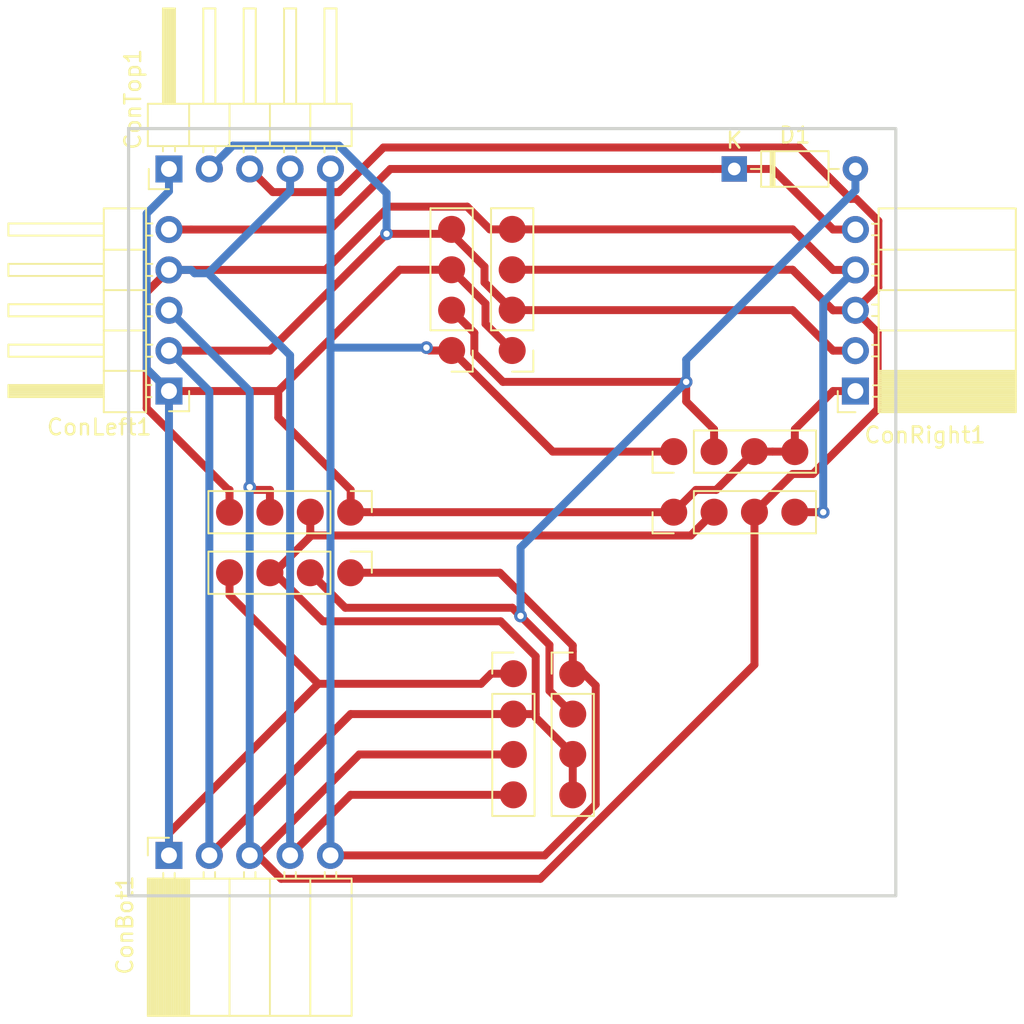
<source format=kicad_pcb>
(kicad_pcb (version 20221018) (generator pcbnew)
  (layers (0 "F.Cu" signal) (31 "B.Cu" signal) (34 "B.Paste" user) (35 "F.Paste" user) (36 "B.SilkS" user "B.Silkscreen") (37 "F.SilkS" user "F.Silkscreen") (38 "B.Mask" user) (39 "F.Mask" user) (44 "Edge.Cuts" user))
  (net 0 "")
  (net 1 "/VCC")
  (net 2 "/GND")
  (net 3 "/SDA")
  (net 4 "/SCL")
  (net 5 "/GCol")
  (net 6 "/GRow")
  (net 7 "Net-(D1-A)")
  (footprint "OwnLibrary:TestPoint_Pad_01x04_2.54" (layer "F.Cu") (at 52.07 41.9 180)
    (fp_text reference "J5" hide)
    (fp_text value "Conn_01x04_Pin")
    (fp_line (start -1.33 -1.33) (end 0 -1.33) (stroke (width 0.12)) (layer "F.SilkS"))
    (fp_line (start -1.33 0) (end -1.33 -1.33) (stroke (width 0.12)) (layer "F.SilkS"))
    (fp_line (start -1.33 1.27) (end -1.33 8.95) (stroke (width 0.12)) (layer "F.SilkS"))
    (fp_line (start -1.33 1.27) (end 1.33 1.27) (stroke (width 0.12)) (layer "F.SilkS"))
    (fp_line (start -1.33 8.95) (end 1.33 8.95) (stroke (width 0.12)) (layer "F.SilkS"))
    (fp_line (start 1.33 1.27) (end 1.33 8.95) (stroke (width 0.12)) (layer "F.SilkS"))
    (pad "1" smd circle (at 0 0 180) (size 1.7 1.7) (layers "F.Cu" "F.Paste" "F.Mask") (net 1 "/VCC"))
    (pad "2" smd oval (at 0 2.54 180) (size 1.7 1.7) (layers "F.Cu" "F.Paste" "F.Mask") (net 2 "/GND"))
    (pad "3" smd oval (at 0 5.08 180) (size 1.7 1.7) (layers "F.Cu" "F.Paste" "F.Mask") (net 4 "/SCL"))
    (pad "4" smd oval (at 0 7.62 180) (size 1.7 1.7) (layers "F.Cu" "F.Paste" "F.Mask") (net 3 "/SDA"))
  )
  (footprint "Connector_PinHeader_2.54mm:PinHeader_1x05_P2.54mm_Horizontal" (layer "F.Cu") (at 30.48 44.45 180)
    (fp_text reference "ConLeft1" (at 4.385 -2.27) (layer "F.SilkS"))
    (fp_text value "Conn_01x05_Pin")
    (fp_line (start -1.27 -1.27) (end 0 -1.27) (stroke (width 0.12)) (layer "F.SilkS"))
    (fp_line (start -1.27 0) (end -1.27 -1.27) (stroke (width 0.12)) (layer "F.SilkS"))
    (fp_line (start 1.042929 2.16) (end 1.44 2.16) (stroke (width 0.12)) (layer "F.SilkS"))
    (fp_line (start 1.042929 2.92) (end 1.44 2.92) (stroke (width 0.12)) (layer "F.SilkS"))
    (fp_line (start 1.042929 4.7) (end 1.44 4.7) (stroke (width 0.12)) (layer "F.SilkS"))
    (fp_line (start 1.042929 5.46) (end 1.44 5.46) (stroke (width 0.12)) (layer "F.SilkS"))
    (fp_line (start 1.042929 7.24) (end 1.44 7.24) (stroke (width 0.12)) (layer "F.SilkS"))
    (fp_line (start 1.042929 8) (end 1.44 8) (stroke (width 0.12)) (layer "F.SilkS"))
    (fp_line (start 1.042929 9.78) (end 1.44 9.78) (stroke (width 0.12)) (layer "F.SilkS"))
    (fp_line (start 1.042929 10.54) (end 1.44 10.54) (stroke (width 0.12)) (layer "F.SilkS"))
    (fp_line (start 1.11 -0.38) (end 1.44 -0.38) (stroke (width 0.12)) (layer "F.SilkS"))
    (fp_line (start 1.11 0.38) (end 1.44 0.38) (stroke (width 0.12)) (layer "F.SilkS"))
    (fp_line (start 1.44 -1.33) (end 1.44 11.49) (stroke (width 0.12)) (layer "F.SilkS"))
    (fp_line (start 1.44 1.27) (end 4.1 1.27) (stroke (width 0.12)) (layer "F.SilkS"))
    (fp_line (start 1.44 3.81) (end 4.1 3.81) (stroke (width 0.12)) (layer "F.SilkS"))
    (fp_line (start 1.44 6.35) (end 4.1 6.35) (stroke (width 0.12)) (layer "F.SilkS"))
    (fp_line (start 1.44 8.89) (end 4.1 8.89) (stroke (width 0.12)) (layer "F.SilkS"))
    (fp_line (start 1.44 11.49) (end 4.1 11.49) (stroke (width 0.12)) (layer "F.SilkS"))
    (fp_line (start 4.1 -1.33) (end 1.44 -1.33) (stroke (width 0.12)) (layer "F.SilkS"))
    (fp_line (start 4.1 -0.38) (end 10.1 -0.38) (stroke (width 0.12)) (layer "F.SilkS"))
    (fp_line (start 4.1 -0.32) (end 10.1 -0.32) (stroke (width 0.12)) (layer "F.SilkS"))
    (fp_line (start 4.1 -0.2) (end 10.1 -0.2) (stroke (width 0.12)) (layer "F.SilkS"))
    (fp_line (start 4.1 -0.08) (end 10.1 -0.08) (stroke (width 0.12)) (layer "F.SilkS"))
    (fp_line (start 4.1 0.04) (end 10.1 0.04) (stroke (width 0.12)) (layer "F.SilkS"))
    (fp_line (start 4.1 0.16) (end 10.1 0.16) (stroke (width 0.12)) (layer "F.SilkS"))
    (fp_line (start 4.1 0.28) (end 10.1 0.28) (stroke (width 0.12)) (layer "F.SilkS"))
    (fp_line (start 4.1 2.16) (end 10.1 2.16) (stroke (width 0.12)) (layer "F.SilkS"))
    (fp_line (start 4.1 4.7) (end 10.1 4.7) (stroke (width 0.12)) (layer "F.SilkS"))
    (fp_line (start 4.1 7.24) (end 10.1 7.24) (stroke (width 0.12)) (layer "F.SilkS"))
    (fp_line (start 4.1 9.78) (end 10.1 9.78) (stroke (width 0.12)) (layer "F.SilkS"))
    (fp_line (start 4.1 11.49) (end 4.1 -1.33) (stroke (width 0.12)) (layer "F.SilkS"))
    (fp_line (start 10.1 -0.38) (end 10.1 0.38) (stroke (width 0.12)) (layer "F.SilkS"))
    (fp_line (start 10.1 0.38) (end 4.1 0.38) (stroke (width 0.12)) (layer "F.SilkS"))
    (fp_line (start 10.1 2.16) (end 10.1 2.92) (stroke (width 0.12)) (layer "F.SilkS"))
    (fp_line (start 10.1 2.92) (end 4.1 2.92) (stroke (width 0.12)) (layer "F.SilkS"))
    (fp_line (start 10.1 4.7) (end 10.1 5.46) (stroke (width 0.12)) (layer "F.SilkS"))
    (fp_line (start 10.1 5.46) (end 4.1 5.46) (stroke (width 0.12)) (layer "F.SilkS"))
    (fp_line (start 10.1 7.24) (end 10.1 8) (stroke (width 0.12)) (layer "F.SilkS"))
    (fp_line (start 10.1 8) (end 4.1 8) (stroke (width 0.12)) (layer "F.SilkS"))
    (fp_line (start 10.1 9.78) (end 10.1 10.54) (stroke (width 0.12)) (layer "F.SilkS"))
    (fp_line (start 10.1 10.54) (end 4.1 10.54) (stroke (width 0.12)) (layer "F.SilkS"))
    (pad "1" thru_hole rect (at 0 0 180) (size 1.7 1.7) (drill 1) (layers "*.Cu" "*.Mask") (net 1 "/VCC"))
    (pad "2" thru_hole oval (at 0 2.54 180) (size 1.7 1.7) (drill 1) (layers "*.Cu" "*.Mask") (net 2 "/GND"))
    (pad "3" thru_hole oval (at 0 5.08 180) (size 1.7 1.7) (drill 1) (layers "*.Cu" "*.Mask") (net 4 "/SCL"))
    (pad "4" thru_hole oval (at 0 7.62 180) (size 1.7 1.7) (drill 1) (layers "*.Cu" "*.Mask") (net 3 "/SDA"))
    (pad "5" thru_hole oval (at 0 10.16 180) (size 1.7 1.7) (drill 1) (layers "*.Cu" "*.Mask") (net 6 "/GRow"))
  )
  (footprint "OwnLibrary:TestPoint_Pad_01x04_2.54" (layer "F.Cu") (at 41.91 55.88 -90)
    (fp_text reference "J3" hide)
    (fp_text value "Conn_01x04_Pin")
    (fp_line (start -1.33 -1.33) (end 0 -1.33) (stroke (width 0.12)) (layer "F.SilkS"))
    (fp_line (start -1.33 0) (end -1.33 -1.33) (stroke (width 0.12)) (layer "F.SilkS"))
    (fp_line (start -1.33 1.27) (end -1.33 8.95) (stroke (width 0.12)) (layer "F.SilkS"))
    (fp_line (start -1.33 1.27) (end 1.33 1.27) (stroke (width 0.12)) (layer "F.SilkS"))
    (fp_line (start -1.33 8.95) (end 1.33 8.95) (stroke (width 0.12)) (layer "F.SilkS"))
    (fp_line (start 1.33 1.27) (end 1.33 8.95) (stroke (width 0.12)) (layer "F.SilkS"))
    (pad "1" smd circle (at 0 0 270) (size 1.7 1.7) (layers "F.Cu" "F.Paste" "F.Mask") (net 5 "/GCol"))
    (pad "2" smd oval (at 0 2.54 270) (size 1.7 1.7) (layers "F.Cu" "F.Paste" "F.Mask") (net 7 "Net-(D1-A)"))
    (pad "3" smd oval (at 0 5.08 270) (size 1.7 1.7) (layers "F.Cu" "F.Paste" "F.Mask") (net 2 "/GND"))
    (pad "4" smd oval (at 0 7.62 270) (size 1.7 1.7) (layers "F.Cu" "F.Paste" "F.Mask") (net 1 "/VCC"))
  )
  (footprint "Connector_PinSocket_2.54mm:PinSocket_1x05_P2.54mm_Horizontal" (layer "F.Cu") (at 30.48 73.66 90)
    (fp_text reference "ConBot1" (at -4.38 -2.77 90) (layer "F.SilkS"))
    (fp_text value "Conn_01x05_Pin")
    (fp_line (start -10.09 -1.33) (end -10.09 11.49) (stroke (width 0.12)) (layer "F.SilkS"))
    (fp_line (start -10.09 -1.33) (end -1.46 -1.33) (stroke (width 0.12)) (layer "F.SilkS"))
    (fp_line (start -10.09 -1.21) (end -1.46 -1.21) (stroke (width 0.12)) (layer "F.SilkS"))
    (fp_line (start -10.09 -1.091905) (end -1.46 -1.091905) (stroke (width 0.12)) (layer "F.SilkS"))
    (fp_line (start -10.09 -0.97381) (end -1.46 -0.97381) (stroke (width 0.12)) (layer "F.SilkS"))
    (fp_line (start -10.09 -0.855715) (end -1.46 -0.855715) (stroke (width 0.12)) (layer "F.SilkS"))
    (fp_line (start -10.09 -0.73762) (end -1.46 -0.73762) (stroke (width 0.12)) (layer "F.SilkS"))
    (fp_line (start -10.09 -0.619525) (end -1.46 -0.619525) (stroke (width 0.12)) (layer "F.SilkS"))
    (fp_line (start -10.09 -0.50143) (end -1.46 -0.50143) (stroke (width 0.12)) (layer "F.SilkS"))
    (fp_line (start -10.09 -0.383335) (end -1.46 -0.383335) (stroke (width 0.12)) (layer "F.SilkS"))
    (fp_line (start -10.09 -0.26524) (end -1.46 -0.26524) (stroke (width 0.12)) (layer "F.SilkS"))
    (fp_line (start -10.09 -0.147145) (end -1.46 -0.147145) (stroke (width 0.12)) (layer "F.SilkS"))
    (fp_line (start -10.09 -0.02905) (end -1.46 -0.02905) (stroke (width 0.12)) (layer "F.SilkS"))
    (fp_line (start -10.09 0.089045) (end -1.46 0.089045) (stroke (width 0.12)) (layer "F.SilkS"))
    (fp_line (start -10.09 0.20714) (end -1.46 0.20714) (stroke (width 0.12)) (layer "F.SilkS"))
    (fp_line (start -10.09 0.325235) (end -1.46 0.325235) (stroke (width 0.12)) (layer "F.SilkS"))
    (fp_line (start -10.09 0.44333) (end -1.46 0.44333) (stroke (width 0.12)) (layer "F.SilkS"))
    (fp_line (start -10.09 0.561425) (end -1.46 0.561425) (stroke (width 0.12)) (layer "F.SilkS"))
    (fp_line (start -10.09 0.67952) (end -1.46 0.67952) (stroke (width 0.12)) (layer "F.SilkS"))
    (fp_line (start -10.09 0.797615) (end -1.46 0.797615) (stroke (width 0.12)) (layer "F.SilkS"))
    (fp_line (start -10.09 0.91571) (end -1.46 0.91571) (stroke (width 0.12)) (layer "F.SilkS"))
    (fp_line (start -10.09 1.033805) (end -1.46 1.033805) (stroke (width 0.12)) (layer "F.SilkS"))
    (fp_line (start -10.09 1.1519) (end -1.46 1.1519) (stroke (width 0.12)) (layer "F.SilkS"))
    (fp_line (start -10.09 1.27) (end -1.46 1.27) (stroke (width 0.12)) (layer "F.SilkS"))
    (fp_line (start -10.09 3.81) (end -1.46 3.81) (stroke (width 0.12)) (layer "F.SilkS"))
    (fp_line (start -10.09 6.35) (end -1.46 6.35) (stroke (width 0.12)) (layer "F.SilkS"))
    (fp_line (start -10.09 8.89) (end -1.46 8.89) (stroke (width 0.12)) (layer "F.SilkS"))
    (fp_line (start -10.09 11.49) (end -1.46 11.49) (stroke (width 0.12)) (layer "F.SilkS"))
    (fp_line (start -1.46 -1.33) (end -1.46 11.49) (stroke (width 0.12)) (layer "F.SilkS"))
    (fp_line (start -1.46 -0.36) (end -1.11 -0.36) (stroke (width 0.12)) (layer "F.SilkS"))
    (fp_line (start -1.46 0.36) (end -1.11 0.36) (stroke (width 0.12)) (layer "F.SilkS"))
    (fp_line (start -1.46 2.18) (end -1.05 2.18) (stroke (width 0.12)) (layer "F.SilkS"))
    (fp_line (start -1.46 2.9) (end -1.05 2.9) (stroke (width 0.12)) (layer "F.SilkS"))
    (fp_line (start -1.46 4.72) (end -1.05 4.72) (stroke (width 0.12)) (layer "F.SilkS"))
    (fp_line (start -1.46 5.44) (end -1.05 5.44) (stroke (width 0.12)) (layer "F.SilkS"))
    (fp_line (start -1.46 7.26) (end -1.05 7.26) (stroke (width 0.12)) (layer "F.SilkS"))
    (fp_line (start -1.46 7.98) (end -1.05 7.98) (stroke (width 0.12)) (layer "F.SilkS"))
    (fp_line (start -1.46 9.8) (end -1.05 9.8) (stroke (width 0.12)) (layer "F.SilkS"))
    (fp_line (start -1.46 10.52) (end -1.05 10.52) (stroke (width 0.12)) (layer "F.SilkS"))
    (fp_line (start 0 -1.33) (end 1.11 -1.33) (stroke (width 0.12)) (layer "F.SilkS"))
    (fp_line (start 1.11 -1.33) (end 1.11 0) (stroke (width 0.12)) (layer "F.SilkS"))
    (pad "1" thru_hole rect (at 0 0 90) (size 1.7 1.7) (drill 1) (layers "*.Cu" "*.Mask") (net 1 "/VCC"))
    (pad "2" thru_hole oval (at 0 2.54 90) (size 1.7 1.7) (drill 1) (layers "*.Cu" "*.Mask") (net 2 "/GND"))
    (pad "3" thru_hole oval (at 0 5.08 90) (size 1.7 1.7) (drill 1) (layers "*.Cu" "*.Mask") (net 4 "/SCL"))
    (pad "4" thru_hole oval (at 0 7.62 90) (size 1.7 1.7) (drill 1) (layers "*.Cu" "*.Mask") (net 3 "/SDA"))
    (pad "5" thru_hole oval (at 0 10.16 90) (size 1.7 1.7) (drill 1) (layers "*.Cu" "*.Mask") (net 5 "/GCol"))
  )
  (footprint "Diode_THT:D_DO-35_SOD27_P7.62mm_Horizontal" (layer "F.Cu") (at 66.04 30.48)
    (fp_text reference "D1" (at 3.81 -2.12) (layer "F.SilkS"))
    (fp_text value "1N4148")
    (fp_text user "K" (at 0 -1.8) (layer "F.SilkS"))
    (fp_line (start 1.04 0) (end 1.69 0) (stroke (width 0.12)) (layer "F.SilkS"))
    (fp_line (start 1.69 -1.12) (end 1.69 1.12) (stroke (width 0.12)) (layer "F.SilkS"))
    (fp_line (start 1.69 1.12) (end 5.93 1.12) (stroke (width 0.12)) (layer "F.SilkS"))
    (fp_line (start 2.29 -1.12) (end 2.29 1.12) (stroke (width 0.12)) (layer "F.SilkS"))
    (fp_line (start 2.41 -1.12) (end 2.41 1.12) (stroke (width 0.12)) (layer "F.SilkS"))
    (fp_line (start 2.53 -1.12) (end 2.53 1.12) (stroke (width 0.12)) (layer "F.SilkS"))
    (fp_line (start 5.93 -1.12) (end 1.69 -1.12) (stroke (width 0.12)) (layer "F.SilkS"))
    (fp_line (start 5.93 1.12) (end 5.93 -1.12) (stroke (width 0.12)) (layer "F.SilkS"))
    (fp_line (start 6.58 0) (end 5.93 0) (stroke (width 0.12)) (layer "F.SilkS"))
    (pad "1" thru_hole rect (at 0 0) (size 1.6 1.6) (drill 0.8) (layers "*.Cu" "*.Mask") (net 6 "/GRow"))
    (pad "2" thru_hole oval (at 7.62 0) (size 1.6 1.6) (drill 0.8) (layers "*.Cu" "*.Mask") (net 7 "Net-(D1-A)"))
  )
  (footprint "Connector_PinHeader_2.54mm:PinHeader_1x05_P2.54mm_Horizontal" (layer "F.Cu") (at 30.48 30.48 90)
    (fp_text reference "ConTop1" (at 4.385 -2.27 90) (layer "F.SilkS"))
    (fp_text value "Conn_01x05_Pin")
    (fp_line (start -1.27 -1.27) (end 0 -1.27) (stroke (width 0.12)) (layer "F.SilkS"))
    (fp_line (start -1.27 0) (end -1.27 -1.27) (stroke (width 0.12)) (layer "F.SilkS"))
    (fp_line (start 1.042929 2.16) (end 1.44 2.16) (stroke (width 0.12)) (layer "F.SilkS"))
    (fp_line (start 1.042929 2.92) (end 1.44 2.92) (stroke (width 0.12)) (layer "F.SilkS"))
    (fp_line (start 1.042929 4.7) (end 1.44 4.7) (stroke (width 0.12)) (layer "F.SilkS"))
    (fp_line (start 1.042929 5.46) (end 1.44 5.46) (stroke (width 0.12)) (layer "F.SilkS"))
    (fp_line (start 1.042929 7.24) (end 1.44 7.24) (stroke (width 0.12)) (layer "F.SilkS"))
    (fp_line (start 1.042929 8) (end 1.44 8) (stroke (width 0.12)) (layer "F.SilkS"))
    (fp_line (start 1.042929 9.78) (end 1.44 9.78) (stroke (width 0.12)) (layer "F.SilkS"))
    (fp_line (start 1.042929 10.54) (end 1.44 10.54) (stroke (width 0.12)) (layer "F.SilkS"))
    (fp_line (start 1.11 -0.38) (end 1.44 -0.38) (stroke (width 0.12)) (layer "F.SilkS"))
    (fp_line (start 1.11 0.38) (end 1.44 0.38) (stroke (width 0.12)) (layer "F.SilkS"))
    (fp_line (start 1.44 -1.33) (end 1.44 11.49) (stroke (width 0.12)) (layer "F.SilkS"))
    (fp_line (start 1.44 1.27) (end 4.1 1.27) (stroke (width 0.12)) (layer "F.SilkS"))
    (fp_line (start 1.44 3.81) (end 4.1 3.81) (stroke (width 0.12)) (layer "F.SilkS"))
    (fp_line (start 1.44 6.35) (end 4.1 6.35) (stroke (width 0.12)) (layer "F.SilkS"))
    (fp_line (start 1.44 8.89) (end 4.1 8.89) (stroke (width 0.12)) (layer "F.SilkS"))
    (fp_line (start 1.44 11.49) (end 4.1 11.49) (stroke (width 0.12)) (layer "F.SilkS"))
    (fp_line (start 4.1 -1.33) (end 1.44 -1.33) (stroke (width 0.12)) (layer "F.SilkS"))
    (fp_line (start 4.1 -0.38) (end 10.1 -0.38) (stroke (width 0.12)) (layer "F.SilkS"))
    (fp_line (start 4.1 -0.32) (end 10.1 -0.32) (stroke (width 0.12)) (layer "F.SilkS"))
    (fp_line (start 4.1 -0.2) (end 10.1 -0.2) (stroke (width 0.12)) (layer "F.SilkS"))
    (fp_line (start 4.1 -0.08) (end 10.1 -0.08) (stroke (width 0.12)) (layer "F.SilkS"))
    (fp_line (start 4.1 0.04) (end 10.1 0.04) (stroke (width 0.12)) (layer "F.SilkS"))
    (fp_line (start 4.1 0.16) (end 10.1 0.16) (stroke (width 0.12)) (layer "F.SilkS"))
    (fp_line (start 4.1 0.28) (end 10.1 0.28) (stroke (width 0.12)) (layer "F.SilkS"))
    (fp_line (start 4.1 2.16) (end 10.1 2.16) (stroke (width 0.12)) (layer "F.SilkS"))
    (fp_line (start 4.1 4.7) (end 10.1 4.7) (stroke (width 0.12)) (layer "F.SilkS"))
    (fp_line (start 4.1 7.24) (end 10.1 7.24) (stroke (width 0.12)) (layer "F.SilkS"))
    (fp_line (start 4.1 9.78) (end 10.1 9.78) (stroke (width 0.12)) (layer "F.SilkS"))
    (fp_line (start 4.1 11.49) (end 4.1 -1.33) (stroke (width 0.12)) (layer "F.SilkS"))
    (fp_line (start 10.1 -0.38) (end 10.1 0.38) (stroke (width 0.12)) (layer "F.SilkS"))
    (fp_line (start 10.1 0.38) (end 4.1 0.38) (stroke (width 0.12)) (layer "F.SilkS"))
    (fp_line (start 10.1 2.16) (end 10.1 2.92) (stroke (width 0.12)) (layer "F.SilkS"))
    (fp_line (start 10.1 2.92) (end 4.1 2.92) (stroke (width 0.12)) (layer "F.SilkS"))
    (fp_line (start 10.1 4.7) (end 10.1 5.46) (stroke (width 0.12)) (layer "F.SilkS"))
    (fp_line (start 10.1 5.46) (end 4.1 5.46) (stroke (width 0.12)) (layer "F.SilkS"))
    (fp_line (start 10.1 7.24) (end 10.1 8) (stroke (width 0.12)) (layer "F.SilkS"))
    (fp_line (start 10.1 8) (end 4.1 8) (stroke (width 0.12)) (layer "F.SilkS"))
    (fp_line (start 10.1 9.78) (end 10.1 10.54) (stroke (width 0.12)) (layer "F.SilkS"))
    (fp_line (start 10.1 10.54) (end 4.1 10.54) (stroke (width 0.12)) (layer "F.SilkS"))
    (pad "1" thru_hole rect (at 0 0 90) (size 1.7 1.7) (drill 1) (layers "*.Cu" "*.Mask") (net 1 "/VCC"))
    (pad "2" thru_hole oval (at 0 2.54 90) (size 1.7 1.7) (drill 1) (layers "*.Cu" "*.Mask") (net 2 "/GND"))
    (pad "3" thru_hole oval (at 0 5.08 90) (size 1.7 1.7) (drill 1) (layers "*.Cu" "*.Mask") (net 4 "/SCL"))
    (pad "4" thru_hole oval (at 0 7.62 90) (size 1.7 1.7) (drill 1) (layers "*.Cu" "*.Mask") (net 3 "/SDA"))
    (pad "5" thru_hole oval (at 0 10.16 90) (size 1.7 1.7) (drill 1) (layers "*.Cu" "*.Mask") (net 5 "/GCol"))
  )
  (footprint "OwnLibrary:TestPoint_Pad_01x04_2.54" (layer "F.Cu") (at 55.88 62.23)
    (fp_text reference "J2" hide)
    (fp_text value "Conn_01x04_Pin")
    (fp_line (start -1.33 -1.33) (end 0 -1.33) (stroke (width 0.12)) (layer "F.SilkS"))
    (fp_line (start -1.33 0) (end -1.33 -1.33) (stroke (width 0.12)) (layer "F.SilkS"))
    (fp_line (start -1.33 1.27) (end -1.33 8.95) (stroke (width 0.12)) (layer "F.SilkS"))
    (fp_line (start -1.33 1.27) (end 1.33 1.27) (stroke (width 0.12)) (layer "F.SilkS"))
    (fp_line (start -1.33 8.95) (end 1.33 8.95) (stroke (width 0.12)) (layer "F.SilkS"))
    (fp_line (start 1.33 1.27) (end 1.33 8.95) (stroke (width 0.12)) (layer "F.SilkS"))
    (pad "1" smd circle (at 0 0) (size 1.7 1.7) (layers "F.Cu" "F.Paste" "F.Mask") (net 5 "/GCol"))
    (pad "2" smd oval (at 0 2.54) (size 1.7 1.7) (layers "F.Cu" "F.Paste" "F.Mask") (net 7 "Net-(D1-A)"))
    (pad "3" smd oval (at 0 5.08) (size 1.7 1.7) (layers "F.Cu" "F.Paste" "F.Mask") (net 2 "/GND"))
    (pad "4" smd oval (at 0 7.62) (size 1.7 1.7) (layers "F.Cu" "F.Paste" "F.Mask") (net 2 "/GND"))
  )
  (footprint "OwnLibrary:TestPoint_Pad_01x04_2.54" (layer "F.Cu") (at 52.1467 62.23)
    (fp_text reference "J4" hide)
    (fp_text value "Conn_01x04_Pin")
    (fp_line (start -1.33 -1.33) (end 0 -1.33) (stroke (width 0.12)) (layer "F.SilkS"))
    (fp_line (start -1.33 0) (end -1.33 -1.33) (stroke (width 0.12)) (layer "F.SilkS"))
    (fp_line (start -1.33 1.27) (end -1.33 8.95) (stroke (width 0.12)) (layer "F.SilkS"))
    (fp_line (start -1.33 1.27) (end 1.33 1.27) (stroke (width 0.12)) (layer "F.SilkS"))
    (fp_line (start -1.33 8.95) (end 1.33 8.95) (stroke (width 0.12)) (layer "F.SilkS"))
    (fp_line (start 1.33 1.27) (end 1.33 8.95) (stroke (width 0.12)) (layer "F.SilkS"))
    (pad "1" smd circle (at 0 0) (size 1.7 1.7) (layers "F.Cu" "F.Paste" "F.Mask") (net 1 "/VCC"))
    (pad "2" smd oval (at 0 2.54) (size 1.7 1.7) (layers "F.Cu" "F.Paste" "F.Mask") (net 2 "/GND"))
    (pad "3" smd oval (at 0 5.08) (size 1.7 1.7) (layers "F.Cu" "F.Paste" "F.Mask") (net 4 "/SCL"))
    (pad "4" smd oval (at 0 7.62) (size 1.7 1.7) (layers "F.Cu" "F.Paste" "F.Mask") (net 3 "/SDA"))
  )
  (footprint "Connector_PinSocket_2.54mm:PinSocket_1x05_P2.54mm_Horizontal" (layer "F.Cu") (at 73.66 44.45 180)
    (fp_text reference "ConRight1" (at -4.38 -2.77) (layer "F.SilkS"))
    (fp_text value "Conn_01x05_Pin")
    (fp_line (start -10.09 -1.33) (end -10.09 11.49) (stroke (width 0.12)) (layer "F.SilkS"))
    (fp_line (start -10.09 -1.33) (end -1.46 -1.33) (stroke (width 0.12)) (layer "F.SilkS"))
    (fp_line (start -10.09 -1.21) (end -1.46 -1.21) (stroke (width 0.12)) (layer "F.SilkS"))
    (fp_line (start -10.09 -1.091905) (end -1.46 -1.091905) (stroke (width 0.12)) (layer "F.SilkS"))
    (fp_line (start -10.09 -0.97381) (end -1.46 -0.97381) (stroke (width 0.12)) (layer "F.SilkS"))
    (fp_line (start -10.09 -0.855715) (end -1.46 -0.855715) (stroke (width 0.12)) (layer "F.SilkS"))
    (fp_line (start -10.09 -0.73762) (end -1.46 -0.73762) (stroke (width 0.12)) (layer "F.SilkS"))
    (fp_line (start -10.09 -0.619525) (end -1.46 -0.619525) (stroke (width 0.12)) (layer "F.SilkS"))
    (fp_line (start -10.09 -0.50143) (end -1.46 -0.50143) (stroke (width 0.12)) (layer "F.SilkS"))
    (fp_line (start -10.09 -0.383335) (end -1.46 -0.383335) (stroke (width 0.12)) (layer "F.SilkS"))
    (fp_line (start -10.09 -0.26524) (end -1.46 -0.26524) (stroke (width 0.12)) (layer "F.SilkS"))
    (fp_line (start -10.09 -0.147145) (end -1.46 -0.147145) (stroke (width 0.12)) (layer "F.SilkS"))
    (fp_line (start -10.09 -0.02905) (end -1.46 -0.02905) (stroke (width 0.12)) (layer "F.SilkS"))
    (fp_line (start -10.09 0.089045) (end -1.46 0.089045) (stroke (width 0.12)) (layer "F.SilkS"))
    (fp_line (start -10.09 0.20714) (end -1.46 0.20714) (stroke (width 0.12)) (layer "F.SilkS"))
    (fp_line (start -10.09 0.325235) (end -1.46 0.325235) (stroke (width 0.12)) (layer "F.SilkS"))
    (fp_line (start -10.09 0.44333) (end -1.46 0.44333) (stroke (width 0.12)) (layer "F.SilkS"))
    (fp_line (start -10.09 0.561425) (end -1.46 0.561425) (stroke (width 0.12)) (layer "F.SilkS"))
    (fp_line (start -10.09 0.67952) (end -1.46 0.67952) (stroke (width 0.12)) (layer "F.SilkS"))
    (fp_line (start -10.09 0.797615) (end -1.46 0.797615) (stroke (width 0.12)) (layer "F.SilkS"))
    (fp_line (start -10.09 0.91571) (end -1.46 0.91571) (stroke (width 0.12)) (layer "F.SilkS"))
    (fp_line (start -10.09 1.033805) (end -1.46 1.033805) (stroke (width 0.12)) (layer "F.SilkS"))
    (fp_line (start -10.09 1.1519) (end -1.46 1.1519) (stroke (width 0.12)) (layer "F.SilkS"))
    (fp_line (start -10.09 1.27) (end -1.46 1.27) (stroke (width 0.12)) (layer "F.SilkS"))
    (fp_line (start -10.09 3.81) (end -1.46 3.81) (stroke (width 0.12)) (layer "F.SilkS"))
    (fp_line (start -10.09 6.35) (end -1.46 6.35) (stroke (width 0.12)) (layer "F.SilkS"))
    (fp_line (start -10.09 8.89) (end -1.46 8.89) (stroke (width 0.12)) (layer "F.SilkS"))
    (fp_line (start -10.09 11.49) (end -1.46 11.49) (stroke (width 0.12)) (layer "F.SilkS"))
    (fp_line (start -1.46 -1.33) (end -1.46 11.49) (stroke (width 0.12)) (layer "F.SilkS"))
    (fp_line (start -1.46 -0.36) (end -1.11 -0.36) (stroke (width 0.12)) (layer "F.SilkS"))
    (fp_line (start -1.46 0.36) (end -1.11 0.36) (stroke (width 0.12)) (layer "F.SilkS"))
    (fp_line (start -1.46 2.18) (end -1.05 2.18) (stroke (width 0.12)) (layer "F.SilkS"))
    (fp_line (start -1.46 2.9) (end -1.05 2.9) (stroke (width 0.12)) (layer "F.SilkS"))
    (fp_line (start -1.46 4.72) (end -1.05 4.72) (stroke (width 0.12)) (layer "F.SilkS"))
    (fp_line (start -1.46 5.44) (end -1.05 5.44) (stroke (width 0.12)) (layer "F.SilkS"))
    (fp_line (start -1.46 7.26) (end -1.05 7.26) (stroke (width 0.12)) (layer "F.SilkS"))
    (fp_line (start -1.46 7.98) (end -1.05 7.98) (stroke (width 0.12)) (layer "F.SilkS"))
    (fp_line (start -1.46 9.8) (end -1.05 9.8) (stroke (width 0.12)) (layer "F.SilkS"))
    (fp_line (start -1.46 10.52) (end -1.05 10.52) (stroke (width 0.12)) (layer "F.SilkS"))
    (fp_line (start 0 -1.33) (end 1.11 -1.33) (stroke (width 0.12)) (layer "F.SilkS"))
    (fp_line (start 1.11 -1.33) (end 1.11 0) (stroke (width 0.12)) (layer "F.SilkS"))
    (pad "1" thru_hole rect (at 0 0 180) (size 1.7 1.7) (drill 1) (layers "*.Cu" "*.Mask") (net 1 "/VCC"))
    (pad "2" thru_hole oval (at 0 2.54 180) (size 1.7 1.7) (drill 1) (layers "*.Cu" "*.Mask") (net 2 "/GND"))
    (pad "3" thru_hole oval (at 0 5.08 180) (size 1.7 1.7) (drill 1) (layers "*.Cu" "*.Mask") (net 4 "/SCL"))
    (pad "4" thru_hole oval (at 0 7.62 180) (size 1.7 1.7) (drill 1) (layers "*.Cu" "*.Mask") (net 3 "/SDA"))
    (pad "5" thru_hole oval (at 0 10.16 180) (size 1.7 1.7) (drill 1) (layers "*.Cu" "*.Mask") (net 6 "/GRow"))
  )
  (footprint "OwnLibrary:TestPoint_Pad_01x04_2.54" (layer "F.Cu") (at 62.23 52.07 90)
    (fp_text reference "J7" hide)
    (fp_text value "Conn_01x04_Pin")
    (fp_line (start -1.33 -1.33) (end 0 -1.33) (stroke (width 0.12)) (layer "F.SilkS"))
    (fp_line (start -1.33 0) (end -1.33 -1.33) (stroke (width 0.12)) (layer "F.SilkS"))
    (fp_line (start -1.33 1.27) (end -1.33 8.95) (stroke (width 0.12)) (layer "F.SilkS"))
    (fp_line (start -1.33 1.27) (end 1.33 1.27) (stroke (width 0.12)) (layer "F.SilkS"))
    (fp_line (start -1.33 8.95) (end 1.33 8.95) (stroke (width 0.12)) (layer "F.SilkS"))
    (fp_line (start 1.33 1.27) (end 1.33 8.95) (stroke (width 0.12)) (layer "F.SilkS"))
    (pad "1" smd circle (at 0 0 90) (size 1.7 1.7) (layers "F.Cu" "F.Paste" "F.Mask") (net 1 "/VCC"))
    (pad "2" smd oval (at 0 2.54 90) (size 1.7 1.7) (layers "F.Cu" "F.Paste" "F.Mask") (net 2 "/GND"))
    (pad "3" smd oval (at 0 5.08 90) (size 1.7 1.7) (layers "F.Cu" "F.Paste" "F.Mask") (net 4 "/SCL"))
    (pad "4" smd oval (at 0 7.62 90) (size 1.7 1.7) (layers "F.Cu" "F.Paste" "F.Mask") (net 3 "/SDA"))
  )
  (footprint "OwnLibrary:TestPoint_Pad_01x04_2.54" (layer "F.Cu") (at 48.26 41.9 180)
    (fp_text reference "J6" hide)
    (fp_text value "Conn_01x04_Pin")
    (fp_line (start -1.33 -1.33) (end 0 -1.33) (stroke (width 0.12)) (layer "F.SilkS"))
    (fp_line (start -1.33 0) (end -1.33 -1.33) (stroke (width 0.12)) (layer "F.SilkS"))
    (fp_line (start -1.33 1.27) (end -1.33 8.95) (stroke (width 0.12)) (layer "F.SilkS"))
    (fp_line (start -1.33 1.27) (end 1.33 1.27) (stroke (width 0.12)) (layer "F.SilkS"))
    (fp_line (start -1.33 8.95) (end 1.33 8.95) (stroke (width 0.12)) (layer "F.SilkS"))
    (fp_line (start 1.33 1.27) (end 1.33 8.95) (stroke (width 0.12)) (layer "F.SilkS"))
    (pad "1" smd circle (at 0 0 180) (size 1.7 1.7) (layers "F.Cu" "F.Paste" "F.Mask") (net 5 "/GCol"))
    (pad "2" smd oval (at 0 2.54 180) (size 1.7 1.7) (layers "F.Cu" "F.Paste" "F.Mask") (net 7 "Net-(D1-A)"))
    (pad "3" smd oval (at 0 5.08 180) (size 1.7 1.7) (layers "F.Cu" "F.Paste" "F.Mask") (net 1 "/VCC"))
    (pad "4" smd oval (at 0 7.62 180) (size 1.7 1.7) (layers "F.Cu" "F.Paste" "F.Mask") (net 2 "/GND"))
  )
  (footprint "OwnLibrary:TestPoint_Pad_01x04_2.54" (layer "F.Cu") (at 41.91 52.07 -90)
    (fp_text reference "J1" hide)
    (fp_text value "Conn_01x04_Pin")
    (fp_line (start -1.33 -1.33) (end 0 -1.33) (stroke (width 0.12)) (layer "F.SilkS"))
    (fp_line (start -1.33 0) (end -1.33 -1.33) (stroke (width 0.12)) (layer "F.SilkS"))
    (fp_line (start -1.33 1.27) (end -1.33 8.95) (stroke (width 0.12)) (layer "F.SilkS"))
    (fp_line (start -1.33 1.27) (end 1.33 1.27) (stroke (width 0.12)) (layer "F.SilkS"))
    (fp_line (start -1.33 8.95) (end 1.33 8.95) (stroke (width 0.12)) (layer "F.SilkS"))
    (fp_line (start 1.33 1.27) (end 1.33 8.95) (stroke (width 0.12)) (layer "F.SilkS"))
    (pad "1" smd circle (at 0 0 270) (size 1.7 1.7) (layers "F.Cu" "F.Paste" "F.Mask") (net 1 "/VCC"))
    (pad "2" smd oval (at 0 2.54 270) (size 1.7 1.7) (layers "F.Cu" "F.Paste" "F.Mask") (net 2 "/GND"))
    (pad "3" smd oval (at 0 5.08 270) (size 1.7 1.7) (layers "F.Cu" "F.Paste" "F.Mask") (net 4 "/SCL"))
    (pad "4" smd oval (at 0 7.62 270) (size 1.7 1.7) (layers "F.Cu" "F.Paste" "F.Mask") (net 3 "/SDA"))
  )
  (footprint "OwnLibrary:TestPoint_Pad_01x04_2.54" (layer "F.Cu") (at 62.23 48.26 90)
    (fp_text reference "J8" hide)
    (fp_text value "Conn_01x04_Pin")
    (fp_line (start -1.33 -1.33) (end 0 -1.33) (stroke (width 0.12)) (layer "F.SilkS"))
    (fp_line (start -1.33 0) (end -1.33 -1.33) (stroke (width 0.12)) (layer "F.SilkS"))
    (fp_line (start -1.33 1.27) (end -1.33 8.95) (stroke (width 0.12)) (layer "F.SilkS"))
    (fp_line (start -1.33 1.27) (end 1.33 1.27) (stroke (width 0.12)) (layer "F.SilkS"))
    (fp_line (start -1.33 8.95) (end 1.33 8.95) (stroke (width 0.12)) (layer "F.SilkS"))
    (fp_line (start 1.33 1.27) (end 1.33 8.95) (stroke (width 0.12)) (layer "F.SilkS"))
    (pad "1" smd circle (at 0 0 90) (size 1.7 1.7) (layers "F.Cu" "F.Paste" "F.Mask") (net 5 "/GCol"))
    (pad "2" smd oval (at 0 2.54 90) (size 1.7 1.7) (layers "F.Cu" "F.Paste" "F.Mask") (net 7 "Net-(D1-A)"))
    (pad "3" smd oval (at 0 5.08 90) (size 1.7 1.7) (layers "F.Cu" "F.Paste" "F.Mask") (net 1 "/VCC"))
    (pad "4" smd oval (at 0 7.62 90) (size 1.7 1.7) (layers "F.Cu" "F.Paste" "F.Mask") (net 1 "/VCC"))
  )
  (gr_rect (start 27.94 27.94) (end 76.2 76.2) (stroke (width 0.2)) (fill none) (layer "Edge.Cuts"))
  (segment (start 37.3553 44.45) (end 44.9853 36.82) (width 0.5) (layer "F.Cu") (net 1))
  (segment (start 62.23 52.07) (end 63.6319 50.6681) (width 0.5) (layer "F.Cu") (net 1))
  (segment (start 69.85 48.26) (end 69.85 46.8581) (width 0.5) (layer "F.Cu") (net 1))
  (segment (start 63.6319 50.6681) (end 64.9019 50.6681) (width 0.5) (layer "F.Cu") (net 1))
  (segment (start 67.31 48.26) (end 68.4481 48.26) (width 0.5) (layer "F.Cu") (net 1))
  (segment (start 41.91 52.07) (end 41.91 50.6681) (width 0.5) (layer "F.Cu") (net 1))
  (segment (start 39.8731 62.865) (end 50.1098 62.865) (width 0.5) (layer "F.Cu") (net 1))
  (segment (start 37.3553 46.1134) (end 41.91 50.6681) (width 0.5) (layer "F.Cu") (net 1))
  (segment (start 34.29 55.88) (end 34.29 57.2819) (width 0.5) (layer "F.Cu") (net 1))
  (segment (start 72.2581 44.45) (end 69.85 46.8581) (width 0.5) (layer "F.Cu") (net 1))
  (segment (start 34.29 57.2819) (end 39.8731 62.865) (width 0.5) (layer "F.Cu") (net 1))
  (segment (start 30.48 44.45) (end 37.3553 44.45) (width 0.5) (layer "F.Cu") (net 1))
  (segment (start 50.1098 62.865) (end 50.7448 62.23) (width 0.5) (layer "F.Cu") (net 1))
  (segment (start 30.48 73.66) (end 30.48 72.2581) (width 0.5) (layer "F.Cu") (net 1))
  (segment (start 73.66 44.45) (end 72.2581 44.45) (width 0.5) (layer "F.Cu") (net 1))
  (segment (start 37.3553 44.45) (end 37.3553 46.1134) (width 0.5) (layer "F.Cu") (net 1))
  (segment (start 44.9853 36.82) (end 48.26 36.82) (width 0.5) (layer "F.Cu") (net 1))
  (segment (start 50.3904 40.2204) (end 50.3904 38.9504) (width 0.5) (layer "F.Cu") (net 1))
  (segment (start 50.3904 38.9504) (end 48.26 36.82) (width 0.5) (layer "F.Cu") (net 1))
  (segment (start 52.07 41.9) (end 50.3904 40.2204) (width 0.5) (layer "F.Cu") (net 1))
  (segment (start 41.91 52.07) (end 43.3119 52.07) (width 0.5) (layer "F.Cu") (net 1))
  (segment (start 64.9019 50.6681) (end 67.31 48.26) (width 0.5) (layer "F.Cu") (net 1))
  (segment (start 30.48 72.2581) (end 39.8731 62.865) (width 0.5) (layer "F.Cu") (net 1))
  (segment (start 52.1467 62.23) (end 50.7448 62.23) (width 0.5) (layer "F.Cu") (net 1))
  (segment (start 62.23 52.07) (end 43.3119 52.07) (width 0.5) (layer "F.Cu") (net 1))
  (segment (start 69.85 48.26) (end 68.4481 48.26) (width 0.5) (layer "F.Cu") (net 1))
  (segment (start 30.48 44.45) (end 30.48 73.66) (width 0.5) (layer "B.Cu") (net 1))
  (segment (start 29.0781 43.0481) (end 29.0781 33.2838) (width 0.5) (layer "B.Cu") (net 1))
  (segment (start 30.48 44.45) (end 29.0781 43.0481) (width 0.5) (layer "B.Cu") (net 1))
  (segment (start 30.48 30.48) (end 30.48 31.8819) (width 0.5) (layer "B.Cu") (net 1))
  (segment (start 29.0781 33.2838) (end 30.48 31.8819) (width 0.5) (layer "B.Cu") (net 1))
  (segment (start 51.3425 58.9328) (end 40.1626 58.9328) (width 0.5) (layer "F.Cu") (net 2))
  (segment (start 72.2581 41.91) (end 69.7081 39.36) (width 0.5) (layer "F.Cu") (net 2))
  (segment (start 37.1098 55.88) (end 37.1098 55.861) (width 0.5) (layer "F.Cu") (net 2))
  (segment (start 33.02 73.66) (end 41.91 64.77) (width 0.5) (layer "F.Cu") (net 2))
  (segment (start 39.37 53.4704) (end 39.4352 53.5356) (width 0.5) (layer "F.Cu") (net 2))
  (segment (start 44.1687 34.5598) (end 48.26 34.5598) (width 0.5) (layer "F.Cu") (net 2))
  (segment (start 53.5486 61.1389) (end 51.3425 58.9328) (width 0.5) (layer "F.Cu") (net 2))
  (segment (start 40.1626 58.9328) (end 37.1098 55.88) (width 0.5) (layer "F.Cu") (net 2))
  (segment (start 53.5486 64.77) (end 53.5486 61.1389) (width 0.5) (layer "F.Cu") (net 2))
  (segment (start 50.329 36.6288) (end 48.26 34.5598) (width 0.5) (layer "F.Cu") (net 2))
  (segment (start 52.1467 64.77) (end 53.5486 64.77) (width 0.5) (layer "F.Cu") (net 2))
  (segment (start 55.88 67.31) (end 53.5486 64.9786) (width 0.5) (layer "F.Cu") (net 2))
  (segment (start 55.88 69.85) (end 55.88 67.31) (width 0.5) (layer "F.Cu") (net 2))
  (segment (start 36.8185 41.91) (end 44.1687 34.5598) (width 0.5) (layer "F.Cu") (net 2))
  (segment (start 73.66 41.91) (end 72.2581 41.91) (width 0.5) (layer "F.Cu") (net 2))
  (segment (start 39.4352 53.5356) (end 63.3044 53.5356) (width 0.5) (layer "F.Cu") (net 2))
  (segment (start 37.1098 55.88) (end 36.83 55.88) (width 0.5) (layer "F.Cu") (net 2))
  (segment (start 41.91 64.77) (end 52.1467 64.77) (width 0.5) (layer "F.Cu") (net 2))
  (segment (start 30.48 41.91) (end 36.8185 41.91) (width 0.5) (layer "F.Cu") (net 2))
  (segment (start 48.26 34.5598) (end 48.26 34.28) (width 0.5) (layer "F.Cu") (net 2))
  (segment (start 37.1098 55.861) (end 39.4352 53.5356) (width 0.5) (layer "F.Cu") (net 2))
  (segment (start 39.37 53.271) (end 39.37 53.4704) (width 0.5) (layer "F.Cu") (net 2))
  (segment (start 52.07 39.36) (end 50.329 37.619) (width 0.5) (layer "F.Cu") (net 2))
  (segment (start 39.37 52.07) (end 39.37 53.271) (width 0.5) (layer "F.Cu") (net 2))
  (segment (start 50.329 37.619) (end 50.329 36.6288) (width 0.5) (layer "F.Cu") (net 2))
  (segment (start 63.3044 53.5356) (end 64.77 52.07) (width 0.5) (layer "F.Cu") (net 2))
  (segment (start 53.5486 64.9786) (end 53.5486 64.77) (width 0.5) (layer "F.Cu") (net 2))
  (segment (start 69.7081 39.36) (end 52.07 39.36) (width 0.5) (layer "F.Cu") (net 2))
  (via (at 44.1687 34.5598) (size 0.8) (drill 0.4) (layers "F.Cu" "B.Cu") (net 2))
  (segment (start 41.1724 29.008) (end 44.1687 32.0043) (width 0.5) (layer "B.Cu") (net 2))
  (segment (start 33.02 73.66) (end 33.02 44.45) (width 0.5) (layer "B.Cu") (net 2))
  (segment (start 33.02 44.45) (end 30.48 41.91) (width 0.5) (layer "B.Cu") (net 2))
  (segment (start 44.1687 32.0043) (end 44.1687 34.5598) (width 0.5) (layer "B.Cu") (net 2))
  (segment (start 34.492 29.008) (end 41.1724 29.008) (width 0.5) (layer "B.Cu") (net 2))
  (segment (start 33.02 30.48) (end 34.492 29.008) (width 0.5) (layer "B.Cu") (net 2))
  (segment (start 49.239 32.8509) (end 44.3077 32.8509) (width 0.5) (layer "F.Cu") (net 3))
  (segment (start 38.1 73.66) (end 41.91 69.85) (width 0.5) (layer "F.Cu") (net 3))
  (segment (start 50.6681 34.28) (end 49.239 32.8509) (width 0.5) (layer "F.Cu") (net 3))
  (segment (start 71.6362 52.0699) (end 71.2519 52.0699) (width 0.5) (layer "F.Cu") (net 3))
  (segment (start 34.29 52.07) (end 34.29 50.6681) (width 0.5) (layer "F.Cu") (net 3))
  (segment (start 69.85 52.07) (end 71.2519 52.07) (width 0.5) (layer "F.Cu") (net 3))
  (segment (start 69.7081 34.28) (end 52.07 34.28) (width 0.5) (layer "F.Cu") (net 3))
  (segment (start 44.3077 32.8509) (end 40.3286 36.83) (width 0.5) (layer "F.Cu") (net 3))
  (segment (start 41.91 69.85) (end 52.1467 69.85) (width 0.5) (layer "F.Cu") (net 3))
  (segment (start 34.2174 50.6681) (end 34.29 50.6681) (width 0.5) (layer "F.Cu") (net 3))
  (segment (start 40.3286 36.83) (end 30.48 36.83) (width 0.5) (layer "F.Cu") (net 3))
  (segment (start 52.07 34.28) (end 50.6681 34.28) (width 0.5) (layer "F.Cu") (net 3))
  (segment (start 30.48 36.83) (end 29.0781 38.2319) (width 0.5) (layer "F.Cu") (net 3))
  (segment (start 72.2581 36.83) (end 69.7081 34.28) (width 0.5) (layer "F.Cu") (net 3))
  (segment (start 71.2519 52.0699) (end 71.2519 52.07) (width 0.5) (layer "F.Cu") (net 3))
  (segment (start 29.0781 38.2319) (end 29.0781 45.5288) (width 0.5) (layer "F.Cu") (net 3))
  (segment (start 29.0781 45.5288) (end 34.2174 50.6681) (width 0.5) (layer "F.Cu") (net 3))
  (segment (start 73.66 36.83) (end 72.2581 36.83) (width 0.5) (layer "F.Cu") (net 3))
  (via (at 71.6362 52.0699) (size 0.8) (drill 0.4) (layers "F.Cu" "B.Cu") (net 3))
  (segment (start 31.8819 36.83) (end 32.0928 37.0409) (width 0.5) (layer "B.Cu") (net 3))
  (segment (start 38.1 31.8819) (end 32.941 37.0409) (width 0.5) (layer "B.Cu") (net 3))
  (segment (start 38.1 30.48) (end 38.1 31.8819) (width 0.5) (layer "B.Cu") (net 3))
  (segment (start 32.0928 37.0409) (end 32.941 37.0409) (width 0.5) (layer "B.Cu") (net 3))
  (segment (start 32.941 37.0409) (end 38.1 42.1999) (width 0.5) (layer "B.Cu") (net 3))
  (segment (start 71.6362 38.8538) (end 71.6362 52.0699) (width 0.5) (layer "B.Cu") (net 3))
  (segment (start 73.66 36.83) (end 71.6362 38.8538) (width 0.5) (layer "B.Cu") (net 3))
  (segment (start 30.48 36.83) (end 31.8819 36.83) (width 0.5) (layer "B.Cu") (net 3))
  (segment (start 38.1 42.1999) (end 38.1 73.66) (width 0.5) (layer "B.Cu") (net 3))
  (segment (start 53.8372 75.132) (end 37.5403 75.132) (width 0.5) (layer "F.Cu") (net 4))
  (segment (start 37.5403 75.132) (end 36.0855 73.6772) (width 0.5) (layer "F.Cu") (net 4))
  (segment (start 36.0855 73.6772) (end 42.4527 67.31) (width 0.5) (layer "F.Cu") (net 4))
  (segment (start 75.1035 33.75) (end 73.7135 32.36) (width 0.5) (layer "F.Cu") (net 4))
  (segment (start 73.3587 32.36) (end 70.1268 29.1281) (width 0.5) (layer "F.Cu") (net 4))
  (segment (start 73.66 39.37) (end 75.0619 40.7719) (width 0.5) (layer "F.Cu") (net 4))
  (segment (start 42.4527 67.31) (end 52.1467 67.31) (width 0.5) (layer "F.Cu") (net 4))
  (segment (start 73.66 39.37) (end 75.1035 37.9265) (width 0.5) (layer "F.Cu") (net 4))
  (segment (start 73.66 39.37) (end 72.2581 39.37) (width 0.5) (layer "F.Cu") (net 4))
  (segment (start 36.0683 73.66) (end 36.0855 73.6772) (width 0.5) (layer "F.Cu") (net 4))
  (segment (start 70.1268 29.1281) (end 43.9745 29.1281) (width 0.5) (layer "F.Cu") (net 4))
  (segment (start 70.9877 49.6664) (end 69.7136 49.6664) (width 0.5) (layer "F.Cu") (net 4))
  (segment (start 75.1035 37.9265) (end 75.1035 33.75) (width 0.5) (layer "F.Cu") (net 4))
  (segment (start 52.07 36.82) (end 69.7081 36.82) (width 0.5) (layer "F.Cu") (net 4))
  (segment (start 69.7081 36.82) (end 72.2581 39.37) (width 0.5) (layer "F.Cu") (net 4))
  (segment (start 35.56 73.66) (end 36.0683 73.66) (width 0.5) (layer "F.Cu") (net 4))
  (segment (start 73.7135 32.36) (end 73.3587 32.36) (width 0.5) (layer "F.Cu") (net 4))
  (segment (start 67.31 52.07) (end 67.31 61.6592) (width 0.5) (layer "F.Cu") (net 4))
  (segment (start 43.9745 29.1281) (end 41.167 31.9356) (width 0.5) (layer "F.Cu") (net 4))
  (segment (start 37.0156 31.9356) (end 35.56 30.48) (width 0.5) (layer "F.Cu") (net 4))
  (segment (start 36.83 52.07) (end 36.83 50.6681) (width 0.5) (layer "F.Cu") (net 4))
  (segment (start 69.7136 49.6664) (end 67.31 52.07) (width 0.5) (layer "F.Cu") (net 4))
  (segment (start 75.0619 45.5922) (end 70.9877 49.6664) (width 0.5) (layer "F.Cu") (net 4))
  (segment (start 36.83 50.6681) (end 35.7332 50.6681) (width 0.5) (layer "F.Cu") (net 4))
  (segment (start 35.7332 50.6681) (end 35.56 50.4949) (width 0.5) (layer "F.Cu") (net 4))
  (segment (start 41.167 31.9356) (end 37.0156 31.9356) (width 0.5) (layer "F.Cu") (net 4))
  (segment (start 67.31 61.6592) (end 53.8372 75.132) (width 0.5) (layer "F.Cu") (net 4))
  (segment (start 75.0619 40.7719) (end 75.0619 45.5922) (width 0.5) (layer "F.Cu") (net 4))
  (via (at 35.56 50.4949) (size 0.8) (drill 0.4) (layers "F.Cu" "B.Cu") (net 4))
  (segment (start 35.56 50.4949) (end 35.56 44.45) (width 0.5) (layer "B.Cu") (net 4))
  (segment (start 35.56 73.66) (end 35.56 50.4949) (width 0.5) (layer "B.Cu") (net 4))
  (segment (start 35.56 44.45) (end 30.48 39.37) (width 0.5) (layer "B.Cu") (net 4))
  (segment (start 54.62 48.26) (end 48.26 41.9) (width 0.5) (layer "F.Cu") (net 5))
  (segment (start 55.88 61.529) (end 57.3242 62.9732) (width 0.5) (layer "F.Cu") (net 5))
  (segment (start 55.88 60.8281) (end 55.88 60.4592) (width 0.5) (layer "F.Cu") (net 5))
  (segment (start 57.3242 70.4481) (end 54.1123 73.66) (width 0.5) (layer "F.Cu") (net 5))
  (segment (start 48.26 41.9) (end 46.8581 41.9) (width 0.5) (layer "F.Cu") (net 5))
  (segment (start 55.88 62.23) (end 55.88 61.529) (width 0.5) (layer "F.Cu") (net 5))
  (segment (start 62.23 48.26) (end 54.62 48.26) (width 0.5) (layer "F.Cu") (net 5))
  (segment (start 54.1123 73.66) (end 40.64 73.66) (width 0.5) (layer "F.Cu") (net 5))
  (segment (start 57.3242 62.9732) (end 57.3242 70.4481) (width 0.5) (layer "F.Cu") (net 5))
  (segment (start 55.88 61.529) (end 55.88 60.8281) (width 0.5) (layer "F.Cu") (net 5))
  (segment (start 51.3008 55.88) (end 41.91 55.88) (width 0.5) (layer "F.Cu") (net 5))
  (segment (start 55.88 60.4592) (end 51.3008 55.88) (width 0.5) (layer "F.Cu") (net 5))
  (segment (start 46.6772 41.7191) (end 46.8581 41.9) (width 0.5) (layer "F.Cu") (net 5))
  (via (at 46.6772 41.7191) (size 0.8) (drill 0.4) (layers "F.Cu" "B.Cu") (net 5))
  (segment (start 40.64 30.48) (end 40.64 31.8819) (width 0.5) (layer "B.Cu") (net 5))
  (segment (start 46.6772 41.7191) (end 40.64 41.7191) (width 0.5) (layer "B.Cu") (net 5))
  (segment (start 40.64 41.7191) (end 40.64 73.66) (width 0.5) (layer "B.Cu") (net 5))
  (segment (start 40.64 31.8819) (end 40.64 41.7191) (width 0.5) (layer "B.Cu") (net 5))
  (segment (start 66.04 30.48) (end 64.6881 30.48) (width 0.5) (layer "F.Cu") (net 6))
  (segment (start 30.48 34.29) (end 31.8819 34.29) (width 0.5) (layer "F.Cu") (net 6))
  (segment (start 40.6004 34.29) (end 31.8819 34.29) (width 0.5) (layer "F.Cu") (net 6))
  (segment (start 73.66 34.29) (end 72.2581 34.29) (width 0.5) (layer "F.Cu") (net 6))
  (segment (start 64.6881 30.48) (end 44.4104 30.48) (width 0.5) (layer "F.Cu") (net 6))
  (segment (start 44.4104 30.48) (end 40.6004 34.29) (width 0.5) (layer "F.Cu") (net 6))
  (segment (start 68.4481 30.48) (end 66.04 30.48) (width 0.5) (layer "F.Cu") (net 6))
  (segment (start 72.2581 34.29) (end 68.4481 30.48) (width 0.5) (layer "F.Cu") (net 6))
  (segment (start 64.77 48.26) (end 64.77 46.8581) (width 0.5) (layer "F.Cu") (net 7))
  (segment (start 54.4143 63.3043) (end 54.4143 60.417) (width 0.5) (layer "F.Cu") (net 7))
  (segment (start 55.88 64.77) (end 54.4143 63.3043) (width 0.5) (layer "F.Cu") (net 7))
  (segment (start 63.0149 43.8725) (end 51.489 43.8725) (width 0.5) (layer "F.Cu") (net 7))
  (segment (start 63.0149 45.103) (end 63.0149 43.8725) (width 0.5) (layer "F.Cu") (net 7))
  (segment (start 49.6895 42.073) (end 49.6895 40.7895) (width 0.5) (layer "F.Cu") (net 7))
  (segment (start 52.0796 58.0823) (end 52.5953 58.598) (width 0.5) (layer "F.Cu") (net 7))
  (segment (start 64.77 46.8581) (end 63.0149 45.103) (width 0.5) (layer "F.Cu") (net 7))
  (segment (start 54.4143 60.417) (end 52.5953 58.598) (width 0.5) (layer "F.Cu") (net 7))
  (segment (start 49.6895 40.7895) (end 48.26 39.36) (width 0.5) (layer "F.Cu") (net 7))
  (segment (start 39.37 55.88) (end 41.5723 58.0823) (width 0.5) (layer "F.Cu") (net 7))
  (segment (start 51.489 43.8725) (end 49.6895 42.073) (width 0.5) (layer "F.Cu") (net 7))
  (segment (start 41.5723 58.0823) (end 52.0796 58.0823) (width 0.5) (layer "F.Cu") (net 7))
  (via (at 63.0149 43.8725) (size 0.8) (drill 0.4) (layers "F.Cu" "B.Cu") (net 7))
  (via (at 52.5953 58.598) (size 0.8) (drill 0.4) (layers "F.Cu" "B.Cu") (net 7))
  (segment (start 52.5953 54.2921) (end 52.5953 58.598) (width 0.5) (layer "B.Cu") (net 7))
  (segment (start 73.66 30.48) (end 73.66 31.8319) (width 0.5) (layer "B.Cu") (net 7))
  (segment (start 63.0149 43.8725) (end 52.5953 54.2921) (width 0.5) (layer "B.Cu") (net 7))
  (segment (start 73.66 31.8319) (end 63.0149 42.477) (width 0.5) (layer "B.Cu") (net 7))
  (segment (start 63.0149 42.477) (end 63.0149 43.8725) (width 0.5) (layer "B.Cu") (net 7))
)
</source>
